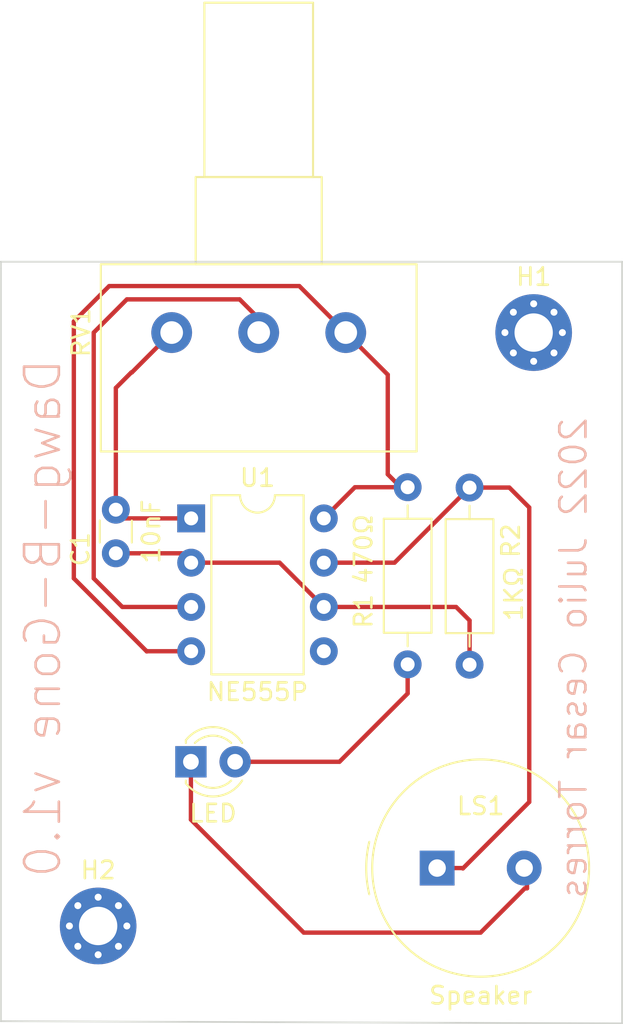
<source format=kicad_pcb>
(kicad_pcb (version 20211014) (generator pcbnew)
  (layers (0 "F.Cu" signal) (31 "B.Cu" signal) (34 "B.Paste" user) (35 "F.Paste" user) (36 "B.SilkS" user "B.Silkscreen") (37 "F.SilkS" user "F.Silkscreen") (38 "B.Mask" user) (39 "F.Mask" user) (44 "Edge.Cuts" user))
  (net 0 "")
  (net 1 "GND")
  (net 2 "Net-(C1-Pad2)")
  (net 3 "Net-(D1-Pad2)")
  (net 4 "Net-(LS1-Pad1)")
  (net 5 "+9V")
  (net 6 "Net-(RV1-Pad2)")
  (footprint "Capacitor_THT:C_Disc_D3.0mm_W1.6mm_P2.50mm" (layer "F.Cu") (at 142.367 95.25 -90)
    (fp_text reference "C1" (at 2.266 2.032 90) (layer "F.SilkS"))
    (fp_text value "10nF" (at 1.25 -2.032 90) (layer "F.SilkS"))
    (fp_line (start 0.621 -0.92) (end 1.879 -0.92) (layer "F.SilkS") (width 0.12))
    (fp_line (start 0.621 0.92) (end 1.879 0.92) (layer "F.SilkS") (width 0.12))
    (pad "1" thru_hole circle (at 0 0 270) (size 1.6 1.6) (drill 0.8) (layers *.Cu *.Mask) (net 1 "GND"))
    (pad "2" thru_hole circle (at 2.5 0 270) (size 1.6 1.6) (drill 0.8) (layers *.Cu *.Mask) (net 2 "Net-(C1-Pad2)"))
  )
  (footprint "Potentiometer_THT:Potentiometer_Alps_RK163_Single_Horizontal" (layer "F.Cu") (at 155.575 85.09 90)
    (fp_text reference "RV1" (at 0 -15.2 90) (layer "F.SilkS"))
    (fp_text value "R_Potentiometer" hide)
    (fp_line (start 8.92 -8.12) (end 8.92 -1.879) (layer "F.SilkS") (width 0.12))
    (fp_line (start 18.92 -8.12) (end 18.92 -1.879) (layer "F.SilkS") (width 0.12))
    (fp_line (start 3.92 -8.62) (end 3.92 -1.38) (layer "F.SilkS") (width 0.12))
    (fp_line (start 3.92 -14.07) (end 3.92 4.07) (layer "F.SilkS") (width 0.12))
    (fp_line (start -6.82 -14.07) (end 3.92 -14.07) (layer "F.SilkS") (width 0.12))
    (fp_line (start 8.92 -8.62) (end 8.92 -1.38) (layer "F.SilkS") (width 0.12))
    (fp_line (start -6.82 4.07) (end 3.92 4.07) (layer "F.SilkS") (width 0.12))
    (fp_line (start 3.92 -8.62) (end 8.92 -8.62) (layer "F.SilkS") (width 0.12))
    (fp_line (start 8.92 -1.879) (end 18.92 -1.879) (layer "F.SilkS") (width 0.12))
    (fp_line (start -6.82 -14.07) (end -6.82 4.07) (layer "F.SilkS") (width 0.12))
    (fp_line (start 8.92 -8.12) (end 18.92 -8.12) (layer "F.SilkS") (width 0.12))
    (fp_line (start 3.92 -1.38) (end 8.92 -1.38) (layer "F.SilkS") (width 0.12))
    (pad "1" thru_hole circle (at 0 0 90) (size 2.34 2.34) (drill 1.3) (layers *.Cu *.Mask) (net 5 "+9V"))
    (pad "2" thru_hole circle (at 0 -5 90) (size 2.34 2.34) (drill 1.3) (layers *.Cu *.Mask) (net 6 "Net-(RV1-Pad2)"))
    (pad "3" thru_hole circle (at 0 -10 90) (size 2.34 2.34) (drill 1.3) (layers *.Cu *.Mask) (net 1 "GND"))
  )
  (footprint "Buzzer_Beeper:Buzzer_TDK_PS1240P02BT_D12.2mm_H6.5mm" (layer "F.Cu") (at 160.824216 115.804)
    (fp_text reference "LS1" (at 2.5 -3.556) (layer "F.SilkS"))
    (fp_text value "Speaker" (at 2.499994 7.309993) (layer "F.SilkS"))
    (fp_arc (start -3.9 1.499999) (mid -4.073431 -0.000001) (end -3.9 -1.5) (layer "F.SilkS") (width 0.12))
    (fp_circle (center 2.5 0) (end 8.73 0) (layer "F.SilkS") (width 0.12) (fill none))
    (pad "1" thru_hole rect (at 0 0) (size 2 2) (drill 1) (layers *.Cu *.Mask) (net 4 "Net-(LS1-Pad1)"))
    (pad "2" thru_hole circle (at 5 0) (size 2 2) (drill 1) (layers *.Cu *.Mask) (net 1 "GND"))
  )
  (footprint "Package_DIP:DIP-8_W7.62mm" (layer "F.Cu") (at 146.695 95.748)
    (fp_text reference "U1" (at 3.81 -2.33) (layer "F.SilkS"))
    (fp_text value "NE555P" (at 3.810008 9.95) (layer "F.SilkS"))
    (fp_line (start 6.46 8.95) (end 6.46 -1.33) (layer "F.SilkS") (width 0.12))
    (fp_line (start 1.16 -1.33) (end 1.16 8.95) (layer "F.SilkS") (width 0.12))
    (fp_line (start 2.81 -1.33) (end 1.16 -1.33) (layer "F.SilkS") (width 0.12))
    (fp_line (start 6.46 -1.33) (end 4.81 -1.33) (layer "F.SilkS") (width 0.12))
    (fp_line (start 1.16 8.95) (end 6.46 8.95) (layer "F.SilkS") (width 0.12))
    (fp_arc (start 4.81 -1.33) (mid 3.81 -0.33) (end 2.81 -1.33) (layer "F.SilkS") (width 0.12))
    (pad "1" thru_hole rect (at 0 0) (size 1.6 1.6) (drill 0.8) (layers *.Cu *.Mask) (net 1 "GND"))
    (pad "2" thru_hole oval (at 0 2.54) (size 1.6 1.6) (drill 0.8) (layers *.Cu *.Mask) (net 2 "Net-(C1-Pad2)"))
    (pad "3" thru_hole oval (at 0 5.08) (size 1.6 1.6) (drill 0.8) (layers *.Cu *.Mask) (net 6 "Net-(RV1-Pad2)"))
    (pad "4" thru_hole oval (at 0 7.62) (size 1.6 1.6) (drill 0.8) (layers *.Cu *.Mask) (net 5 "+9V"))
    (pad "5" thru_hole oval (at 7.62 7.62) (size 1.6 1.6) (drill 0.8) (layers *.Cu *.Mask))
    (pad "6" thru_hole oval (at 7.62 5.08) (size 1.6 1.6) (drill 0.8) (layers *.Cu *.Mask) (net 2 "Net-(C1-Pad2)"))
    (pad "7" thru_hole oval (at 7.62 2.54) (size 1.6 1.6) (drill 0.8) (layers *.Cu *.Mask) (net 4 "Net-(LS1-Pad1)"))
    (pad "8" thru_hole oval (at 7.62 0) (size 1.6 1.6) (drill 0.8) (layers *.Cu *.Mask) (net 5 "+9V"))
  )
  (footprint "MountingHole:MountingHole_2.2mm_M2_Pad_Via" (layer "F.Cu") (at 141.351 119.126)
    (fp_text reference "H2" (at 0 -3.2) (layer "F.SilkS"))
    (fp_text value "MountingHole")
    (pad "1" thru_hole circle (at 0 -1.65) (size 0.7 0.7) (drill 0.4) (layers *.Cu *.Mask))
    (pad "1" thru_hole circle (at -1.166726 1.166726) (size 0.7 0.7) (drill 0.4) (layers *.Cu *.Mask))
    (pad "1" thru_hole circle (at 0 0) (size 4.4 4.4) (drill 2.2) (layers *.Cu *.Mask))
    (pad "1" thru_hole circle (at 1.65 0) (size 0.7 0.7) (drill 0.4) (layers *.Cu *.Mask))
    (pad "1" thru_hole circle (at -1.166726 -1.166726) (size 0.7 0.7) (drill 0.4) (layers *.Cu *.Mask))
    (pad "1" thru_hole circle (at -1.65 0) (size 0.7 0.7) (drill 0.4) (layers *.Cu *.Mask))
    (pad "1" thru_hole circle (at 1.166726 1.166726) (size 0.7 0.7) (drill 0.4) (layers *.Cu *.Mask))
    (pad "1" thru_hole circle (at 1.166726 -1.166726) (size 0.7 0.7) (drill 0.4) (layers *.Cu *.Mask))
    (pad "1" thru_hole circle (at 0 1.65) (size 0.7 0.7) (drill 0.4) (layers *.Cu *.Mask))
  )
  (footprint "Resistor_THT:R_Axial_DIN0207_L6.3mm_D2.5mm_P10.16mm_Horizontal" (layer "F.Cu") (at 162.687 93.98 -90)
    (fp_text reference "R2" (at 3.048 -2.37 90) (layer "F.SilkS"))
    (fp_text value "1KΩ" (at 6.096 -2.54 90) (layer "F.SilkS"))
    (fp_line (start 1.04 0) (end 1.81 0) (layer "F.SilkS") (width 0.12))
    (fp_line (start 9.12 0) (end 8.35 0) (layer "F.SilkS") (width 0.12))
    (fp_line (start 1.81 1.37) (end 8.35 1.37) (layer "F.SilkS") (width 0.12))
    (fp_line (start 1.81 -1.37) (end 1.81 1.37) (layer "F.SilkS") (width 0.12))
    (fp_line (start 8.35 1.37) (end 8.35 -1.37) (layer "F.SilkS") (width 0.12))
    (fp_line (start 8.35 -1.37) (end 1.81 -1.37) (layer "F.SilkS") (width 0.12))
    (pad "1" thru_hole circle (at 0 0 270) (size 1.6 1.6) (drill 0.8) (layers *.Cu *.Mask) (net 4 "Net-(LS1-Pad1)"))
    (pad "2" thru_hole oval (at 10.16 0 270) (size 1.6 1.6) (drill 0.8) (layers *.Cu *.Mask) (net 2 "Net-(C1-Pad2)"))
  )
  (footprint "MountingHole:MountingHole_2.2mm_M2_Pad_Via" (layer "F.Cu") (at 166.37 85.09)
    (fp_text reference "H1" (at 0 -3.2) (layer "F.SilkS"))
    (fp_text value "MountingHole")
    (pad "1" thru_hole circle (at 0 1.65) (size 0.7 0.7) (drill 0.4) (layers *.Cu *.Mask))
    (pad "1" thru_hole circle (at 1.166726 -1.166726) (size 0.7 0.7) (drill 0.4) (layers *.Cu *.Mask))
    (pad "1" thru_hole circle (at -1.166726 1.166726) (size 0.7 0.7) (drill 0.4) (layers *.Cu *.Mask))
    (pad "1" thru_hole circle (at -1.166726 -1.166726) (size 0.7 0.7) (drill 0.4) (layers *.Cu *.Mask))
    (pad "1" thru_hole circle (at 1.166726 1.166726) (size 0.7 0.7) (drill 0.4) (layers *.Cu *.Mask))
    (pad "1" thru_hole circle (at 0 0) (size 4.4 4.4) (drill 2.2) (layers *.Cu *.Mask))
    (pad "1" thru_hole circle (at 0 -1.65) (size 0.7 0.7) (drill 0.4) (layers *.Cu *.Mask))
    (pad "1" thru_hole circle (at 1.65 0) (size 0.7 0.7) (drill 0.4) (layers *.Cu *.Mask))
    (pad "1" thru_hole circle (at -1.65 0) (size 0.7 0.7) (drill 0.4) (layers *.Cu *.Mask))
  )
  (footprint "Resistor_THT:R_Axial_DIN0207_L6.3mm_D2.5mm_P10.16mm_Horizontal" (layer "F.Cu") (at 159.131 93.96 -90)
    (fp_text reference "R1" (at 7.112 2.54 90) (layer "F.SilkS"))
    (fp_text value "470Ω" (at 3.556 2.54 90) (layer "F.SilkS"))
    (fp_line (start 1.81 -1.37) (end 1.81 1.37) (layer "F.SilkS") (width 0.12))
    (fp_line (start 1.04 0) (end 1.81 0) (layer "F.SilkS") (width 0.12))
    (fp_line (start 9.12 0) (end 8.35 0) (layer "F.SilkS") (width 0.12))
    (fp_line (start 1.81 1.37) (end 8.35 1.37) (layer "F.SilkS") (width 0.12))
    (fp_line (start 8.35 -1.37) (end 1.81 -1.37) (layer "F.SilkS") (width 0.12))
    (fp_line (start 8.35 1.37) (end 8.35 -1.37) (layer "F.SilkS") (width 0.12))
    (pad "1" thru_hole circle (at 0 0 270) (size 1.6 1.6) (drill 0.8) (layers *.Cu *.Mask) (net 5 "+9V"))
    (pad "2" thru_hole oval (at 10.16 0 270) (size 1.6 1.6) (drill 0.8) (layers *.Cu *.Mask) (net 3 "Net-(D1-Pad2)"))
  )
  (footprint "LED_THT:LED_D3.0mm" (layer "F.Cu") (at 146.68 109.708)
    (fp_text reference "D1" hide)
    (fp_text value "LED" (at 1.269996 2.959999) (layer "F.SilkS"))
    (fp_line (start -0.29 -1.236) (end -0.29 -1.08) (layer "F.SilkS") (width 0.12))
    (fp_line (start -0.29 1.08) (end -0.29 1.236) (layer "F.SilkS") (width 0.12))
    (fp_arc (start 2.31113 1.079837) (mid 1.270117 1.5) (end 0.229039 1.08) (layer "F.SilkS") (width 0.12))
    (fp_arc (start -0.29 -1.235516) (mid 1.366487 -1.987659) (end 2.942335 -1.078608) (layer "F.SilkS") (width 0.12))
    (fp_arc (start 2.942335 1.078608) (mid 1.366487 1.987659) (end -0.29 1.235516) (layer "F.SilkS") (width 0.12))
    (fp_arc (start 0.229039 -1.08) (mid 1.270117 -1.5) (end 2.31113 -1.079837) (layer "F.SilkS") (width 0.12))
    (pad "1" thru_hole rect (at 0 0) (size 1.8 1.8) (drill 0.9) (layers *.Cu *.Mask) (net 1 "GND"))
    (pad "2" thru_hole circle (at 2.54 0) (size 1.8 1.8) (drill 0.9) (layers *.Cu *.Mask) (net 3 "Net-(D1-Pad2)"))
  )
  (gr_line (start 135.763 81.407) (end 135.763 124.587) (layer "Edge.Cuts") (width 0.1))
  (gr_line (start 171.45 81.026) (end 171.45 81.407) (layer "Edge.Cuts") (width 0.1))
  (gr_line (start 171.45 81.026) (end 135.763 81.026) (layer "Edge.Cuts") (width 0.1))
  (gr_line (start 171.45 124.714) (end 171.45 81.407) (layer "Edge.Cuts") (width 0.1))
  (gr_line (start 135.763 124.587) (end 171.45 124.714) (layer "Edge.Cuts") (width 0.1))
  (gr_line (start 135.763 81.026) (end 135.763 81.407) (layer "Edge.Cuts") (width 0.1))
  (gr_text "2022 Julio Cesar Torres" (at 168.656 103.759 90) (layer "B.SilkS") (effects (font (size 1.5 1.5)) (justify mirror)))
  (gr_text "Dawg-B-Gone v1.0" (at 138.176 101.473 90) (layer "B.SilkS") (effects (font (size 2 2)) (justify mirror)))
  (segment (start 142.367 88.265) (end 142.367 95.25) (width 0.25) (layer "F.Cu") (net 1))
  (segment (start 165.989 116.967) (end 165.989 115.968784) (width 0.25) (layer "F.Cu") (net 1))
  (segment (start 153.162 119.507) (end 163.322 119.507) (width 0.25) (layer "F.Cu") (net 1))
  (segment (start 142.865 95.748) (end 142.367 95.25) (width 0.25) (layer "F.Cu") (net 1))
  (segment (start 145.575 85.09) (end 143.289 87.376) (width 0.25) (layer "F.Cu") (net 1))
  (segment (start 146.695 95.748) (end 142.865 95.748) (width 0.25) (layer "F.Cu") (net 1))
  (segment (start 165.989 115.968784) (end 165.824216 115.804) (width 0.25) (layer "F.Cu") (net 1))
  (segment (start 165.862 116.967) (end 165.989 116.967) (width 0.25) (layer "F.Cu") (net 1))
  (segment (start 143.289 87.376) (end 143.256 87.376) (width 0.25) (layer "F.Cu") (net 1))
  (segment (start 163.322 119.507) (end 165.862 116.967) (width 0.25) (layer "F.Cu") (net 1))
  (segment (start 146.68 109.708) (end 146.68 113.025) (width 0.25) (layer "F.Cu") (net 1))
  (segment (start 143.256 87.376) (end 142.367 88.265) (width 0.25) (layer "F.Cu") (net 1))
  (segment (start 146.68 113.025) (end 153.162 119.507) (width 0.25) (layer "F.Cu") (net 1))
  (segment (start 146.695 98.288) (end 151.775 98.288) (width 0.25) (layer "F.Cu") (net 2))
  (segment (start 151.775 98.288) (end 154.315 100.828) (width 0.25) (layer "F.Cu") (net 2))
  (segment (start 142.367 97.75) (end 146.157 97.75) (width 0.25) (layer "F.Cu") (net 2))
  (segment (start 161.915 100.828) (end 154.315 100.828) (width 0.25) (layer "F.Cu") (net 2))
  (segment (start 146.157 97.75) (end 146.695 98.288) (width 0.25) (layer "F.Cu") (net 2))
  (segment (start 162.687 101.6) (end 161.915 100.828) (width 0.25) (layer "F.Cu") (net 2))
  (segment (start 162.687 104.14) (end 162.687 101.6) (width 0.25) (layer "F.Cu") (net 2))
  (segment (start 155.214 109.708) (end 159.131 105.791) (width 0.25) (layer "F.Cu") (net 3))
  (segment (start 159.131 105.791) (end 159.131 104.12) (width 0.25) (layer "F.Cu") (net 3))
  (segment (start 149.22 109.708) (end 155.214 109.708) (width 0.25) (layer "F.Cu") (net 3))
  (segment (start 164.973 93.98) (end 166.116 95.123) (width 0.25) (layer "F.Cu") (net 4))
  (segment (start 158.379 98.288) (end 162.687 93.98) (width 0.25) (layer "F.Cu") (net 4))
  (segment (start 162.286 115.804) (end 160.824216 115.804) (width 0.25) (layer "F.Cu") (net 4))
  (segment (start 162.687 93.98) (end 164.973 93.98) (width 0.25) (layer "F.Cu") (net 4))
  (segment (start 166.116 112.014) (end 162.306 115.824) (width 0.25) (layer "F.Cu") (net 4))
  (segment (start 166.116 95.123) (end 166.116 112.014) (width 0.25) (layer "F.Cu") (net 4))
  (segment (start 154.315 98.288) (end 158.379 98.288) (width 0.25) (layer "F.Cu") (net 4))
  (segment (start 162.306 115.824) (end 162.286 115.804) (width 0.25) (layer "F.Cu") (net 4))
  (segment (start 159.131 93.96) (end 156.103 93.96) (width 0.25) (layer "F.Cu") (net 5))
  (segment (start 152.908 82.423) (end 141.986 82.423) (width 0.25) (layer "F.Cu") (net 5))
  (segment (start 155.575 85.09) (end 157.988 87.503) (width 0.25) (layer "F.Cu") (net 5))
  (segment (start 139.954 84.455) (end 139.954 99.187) (width 0.25) (layer "F.Cu") (net 5))
  (segment (start 157.988 93.218) (end 158.73 93.96) (width 0.25) (layer "F.Cu") (net 5))
  (segment (start 144.155 103.368) (end 146.695 103.368) (width 0.25) (layer "F.Cu") (net 5))
  (segment (start 156.103 93.96) (end 154.315 95.748) (width 0.25) (layer "F.Cu") (net 5))
  (segment (start 158.73 93.96) (end 159.131 93.96) (width 0.25) (layer "F.Cu") (net 5))
  (segment (start 157.988 87.503) (end 157.988 93.218) (width 0.25) (layer "F.Cu") (net 5))
  (segment (start 139.954 99.187) (end 144.145 103.378) (width 0.25) (layer "F.Cu") (net 5))
  (segment (start 155.575 85.09) (end 152.908 82.423) (width 0.25) (layer "F.Cu") (net 5))
  (segment (start 144.145 103.378) (end 144.155 103.368) (width 0.25) (layer "F.Cu") (net 5))
  (segment (start 141.986 82.423) (end 139.954 84.455) (width 0.25) (layer "F.Cu") (net 5))
  (segment (start 149.479 83.185) (end 143.002 83.185) (width 0.25) (layer "F.Cu") (net 6))
  (segment (start 141.097 85.09) (end 141.097 99.187) (width 0.25) (layer "F.Cu") (net 6))
  (segment (start 150.575 85.09) (end 150.575 84.281) (width 0.25) (layer "F.Cu") (net 6))
  (segment (start 142.738 100.828) (end 146.695 100.828) (width 0.25) (layer "F.Cu") (net 6))
  (segment (start 150.575 84.281) (end 149.479 83.185) (width 0.25) (layer "F.Cu") (net 6))
  (segment (start 141.097 99.187) (end 142.738 100.828) (width 0.25) (layer "F.Cu") (net 6))
  (segment (start 143.002 83.185) (end 141.097 85.09) (width 0.25) (layer "F.Cu") (net 6))
)
</source>
